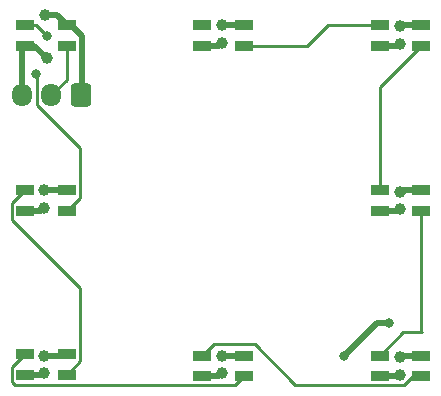
<source format=gtl>
%TF.GenerationSoftware,KiCad,Pcbnew,7.0.9-1.fc39*%
%TF.CreationDate,2023-12-07T10:16:05+00:00*%
%TF.ProjectId,LED PCB V2,4c454420-5043-4422-9056-322e6b696361,rev?*%
%TF.SameCoordinates,Original*%
%TF.FileFunction,Copper,L1,Top*%
%TF.FilePolarity,Positive*%
%FSLAX46Y46*%
G04 Gerber Fmt 4.6, Leading zero omitted, Abs format (unit mm)*
G04 Created by KiCad (PCBNEW 7.0.9-1.fc39) date 2023-12-07 10:16:05*
%MOMM*%
%LPD*%
G01*
G04 APERTURE LIST*
G04 Aperture macros list*
%AMRoundRect*
0 Rectangle with rounded corners*
0 $1 Rounding radius*
0 $2 $3 $4 $5 $6 $7 $8 $9 X,Y pos of 4 corners*
0 Add a 4 corners polygon primitive as box body*
4,1,4,$2,$3,$4,$5,$6,$7,$8,$9,$2,$3,0*
0 Add four circle primitives for the rounded corners*
1,1,$1+$1,$2,$3*
1,1,$1+$1,$4,$5*
1,1,$1+$1,$6,$7*
1,1,$1+$1,$8,$9*
0 Add four rect primitives between the rounded corners*
20,1,$1+$1,$2,$3,$4,$5,0*
20,1,$1+$1,$4,$5,$6,$7,0*
20,1,$1+$1,$6,$7,$8,$9,0*
20,1,$1+$1,$8,$9,$2,$3,0*%
G04 Aperture macros list end*
%TA.AperFunction,SMDPad,CuDef*%
%ADD10R,1.600000X0.850000*%
%TD*%
%TA.AperFunction,ComponentPad*%
%ADD11RoundRect,0.250000X0.600000X0.725000X-0.600000X0.725000X-0.600000X-0.725000X0.600000X-0.725000X0*%
%TD*%
%TA.AperFunction,ComponentPad*%
%ADD12O,1.700000X1.950000*%
%TD*%
%TA.AperFunction,ViaPad*%
%ADD13C,0.800000*%
%TD*%
%TA.AperFunction,ViaPad*%
%ADD14C,1.000000*%
%TD*%
%TA.AperFunction,Conductor*%
%ADD15C,0.250000*%
%TD*%
%TA.AperFunction,Conductor*%
%ADD16C,0.500000*%
%TD*%
G04 APERTURE END LIST*
D10*
%TO.P,D5,1,DOUT*%
%TO.N,Net-(D5-DOUT)*%
X128250000Y-72125000D03*
%TO.P,D5,2,VSS*%
%TO.N,GND*%
X128250000Y-73875000D03*
%TO.P,D5,3,DIN*%
%TO.N,Net-(D4-DOUT)*%
X131750000Y-73875000D03*
%TO.P,D5,4,VDD*%
%TO.N,+5V*%
X131750000Y-72125000D03*
%TD*%
%TO.P,D2,1,DOUT*%
%TO.N,Net-(D2-DOUT)*%
X98250000Y-58125000D03*
%TO.P,D2,2,VSS*%
%TO.N,GND*%
X98250000Y-59875000D03*
%TO.P,D2,3,DIN*%
%TO.N,Net-(D1-DOUT)*%
X101750000Y-59875000D03*
%TO.P,D2,4,VDD*%
%TO.N,+5V*%
X101750000Y-58125000D03*
%TD*%
%TO.P,D1,1,DOUT*%
%TO.N,Net-(D1-DOUT)*%
X98250000Y-44125000D03*
%TO.P,D1,2,VSS*%
%TO.N,GND*%
X98250000Y-45875000D03*
%TO.P,D1,3,DIN*%
%TO.N,Net-(D1-DIN)*%
X101750000Y-45875000D03*
%TO.P,D1,4,VDD*%
%TO.N,+5V*%
X101750000Y-44125000D03*
%TD*%
D11*
%TO.P,J1,1,Pin_1*%
%TO.N,+5V*%
X102970000Y-50050000D03*
D12*
%TO.P,J1,2,Pin_2*%
%TO.N,Net-(D1-DIN)*%
X100470000Y-50050000D03*
%TO.P,J1,3,Pin_3*%
%TO.N,GND*%
X97970000Y-50050000D03*
%TD*%
D10*
%TO.P,D4,1,DOUT*%
%TO.N,Net-(D4-DOUT)*%
X113250000Y-72125000D03*
%TO.P,D4,2,VSS*%
%TO.N,GND*%
X113250000Y-73875000D03*
%TO.P,D4,3,DIN*%
%TO.N,Net-(D3-DOUT)*%
X116750000Y-73875000D03*
%TO.P,D4,4,VDD*%
%TO.N,+5V*%
X116750000Y-72125000D03*
%TD*%
%TO.P,D8,1,DOUT*%
%TO.N,unconnected-(D8-DOUT-Pad1)*%
X113250000Y-44125000D03*
%TO.P,D8,2,VSS*%
%TO.N,GND*%
X113250000Y-45875000D03*
%TO.P,D8,3,DIN*%
%TO.N,Net-(D7-DOUT)*%
X116750000Y-45875000D03*
%TO.P,D8,4,VDD*%
%TO.N,+5V*%
X116750000Y-44125000D03*
%TD*%
%TO.P,D3,1,DOUT*%
%TO.N,Net-(D3-DOUT)*%
X98250000Y-72000000D03*
%TO.P,D3,2,VSS*%
%TO.N,GND*%
X98250000Y-73750000D03*
%TO.P,D3,3,DIN*%
%TO.N,Net-(D2-DOUT)*%
X101750000Y-73750000D03*
%TO.P,D3,4,VDD*%
%TO.N,+5V*%
X101750000Y-72000000D03*
%TD*%
%TO.P,D6,1,DOUT*%
%TO.N,Net-(D6-DOUT)*%
X128250000Y-58125000D03*
%TO.P,D6,2,VSS*%
%TO.N,GND*%
X128250000Y-59875000D03*
%TO.P,D6,3,DIN*%
%TO.N,Net-(D5-DOUT)*%
X131750000Y-59875000D03*
%TO.P,D6,4,VDD*%
%TO.N,+5V*%
X131750000Y-58125000D03*
%TD*%
%TO.P,D7,1,DOUT*%
%TO.N,Net-(D7-DOUT)*%
X128250000Y-44125000D03*
%TO.P,D7,2,VSS*%
%TO.N,GND*%
X128250000Y-45875000D03*
%TO.P,D7,3,DIN*%
%TO.N,Net-(D6-DOUT)*%
X131750000Y-45875000D03*
%TO.P,D7,4,VDD*%
%TO.N,+5V*%
X131750000Y-44125000D03*
%TD*%
D13*
%TO.N,Net-(D1-DOUT)*%
X99120000Y-48280000D03*
X100090000Y-45080000D03*
D14*
%TO.N,GND*%
X130000000Y-59750000D03*
X114866713Y-45627621D03*
X130000000Y-73750000D03*
X99866713Y-59627621D03*
X114866713Y-73627621D03*
X129991713Y-45752621D03*
X100050000Y-46920000D03*
X99866713Y-73627621D03*
%TO.N,+5V*%
X99930000Y-43320000D03*
X114875000Y-44125000D03*
X130000000Y-72250000D03*
D13*
X125222000Y-72136000D03*
D14*
X99875000Y-72125000D03*
X130000000Y-72250000D03*
D13*
X129032000Y-69342000D03*
D14*
X130000000Y-58250000D03*
X99875000Y-58125000D03*
X130000000Y-44250000D03*
X114875000Y-72125000D03*
%TD*%
D15*
%TO.N,Net-(D1-DOUT)*%
X99220000Y-50910000D02*
X99220000Y-48380000D01*
X98250000Y-44125000D02*
X97875000Y-44125000D01*
X101750000Y-59875000D02*
X102875000Y-58750000D01*
X98250000Y-44125000D02*
X98125000Y-44125000D01*
X99220000Y-48380000D02*
X99120000Y-48280000D01*
X102880000Y-54570000D02*
X99220000Y-50910000D01*
X98250000Y-44125000D02*
X99135000Y-44125000D01*
X102875000Y-58750000D02*
X102875000Y-54575000D01*
X102875000Y-54575000D02*
X102880000Y-54570000D01*
X99135000Y-44125000D02*
X100090000Y-45080000D01*
D16*
%TO.N,GND*%
X128250000Y-73875000D02*
X129875000Y-73875000D01*
X99872379Y-59627621D02*
X99875000Y-59625000D01*
X114866713Y-73633287D02*
X114866713Y-73627621D01*
X113250000Y-73875000D02*
X114619334Y-73875000D01*
X99866713Y-73627621D02*
X99872379Y-73627621D01*
X129991713Y-45752621D02*
X129997379Y-45752621D01*
X99866713Y-73633287D02*
X99866713Y-73627621D01*
X114619334Y-45875000D02*
X114866713Y-45627621D01*
X129875000Y-59875000D02*
X130000000Y-59750000D01*
X100050000Y-46920000D02*
X99005000Y-45875000D01*
X99866713Y-59633287D02*
X99866713Y-59627621D01*
X99750000Y-73750000D02*
X99866713Y-73633287D01*
X99872379Y-73627621D02*
X99875000Y-73625000D01*
X129997379Y-45752621D02*
X130000000Y-45750000D01*
X97970000Y-46155000D02*
X98250000Y-45875000D01*
X99619334Y-59875000D02*
X99866713Y-59627621D01*
X98250000Y-73750000D02*
X99744334Y-73750000D01*
X99744334Y-73750000D02*
X99866713Y-73627621D01*
X99750000Y-59750000D02*
X99866713Y-59633287D01*
X128250000Y-59875000D02*
X129875000Y-59875000D01*
X129875000Y-73875000D02*
X130000000Y-73750000D01*
X114866713Y-45633287D02*
X114866713Y-45627621D01*
X100050000Y-46920000D02*
X99875000Y-46745000D01*
X114866713Y-73627621D02*
X114872379Y-73627621D01*
X114866713Y-45627621D02*
X114872379Y-45627621D01*
X128250000Y-45875000D02*
X129875000Y-45875000D01*
X114750000Y-73750000D02*
X114866713Y-73633287D01*
X98250000Y-59875000D02*
X99619334Y-59875000D01*
X97970000Y-50050000D02*
X97970000Y-46155000D01*
D15*
X98000000Y-46125000D02*
X98250000Y-45875000D01*
D16*
X129991713Y-45758287D02*
X129991713Y-45752621D01*
X114750000Y-45750000D02*
X114866713Y-45633287D01*
X99866713Y-59627621D02*
X99872379Y-59627621D01*
X114872379Y-73627621D02*
X114875000Y-73625000D01*
X113250000Y-45875000D02*
X114619334Y-45875000D01*
D15*
X113125000Y-74000000D02*
X113250000Y-73875000D01*
D16*
X129875000Y-45875000D02*
X129991713Y-45758287D01*
X114619334Y-73875000D02*
X114866713Y-73627621D01*
X128250000Y-59875000D02*
X128187500Y-59937500D01*
X99005000Y-45875000D02*
X98250000Y-45875000D01*
X114872379Y-45627621D02*
X114875000Y-45625000D01*
X100050000Y-46920000D02*
X99750000Y-46620000D01*
%TO.N,+5V*%
X116750000Y-72125000D02*
X116875000Y-72125000D01*
X130250000Y-58250000D02*
X130000000Y-58250000D01*
X116875000Y-72125000D02*
X117000000Y-72000000D01*
X130000000Y-58250000D02*
X130000000Y-58500000D01*
X103050000Y-49970000D02*
X102970000Y-50050000D01*
X130375000Y-58125000D02*
X130250000Y-58250000D01*
X116875000Y-72125000D02*
X114875000Y-72125000D01*
X130000000Y-58500000D02*
X130000000Y-58500000D01*
X115000000Y-72000000D02*
X114875000Y-72125000D01*
X99875000Y-72125000D02*
X101625000Y-72125000D01*
X100000000Y-72000000D02*
X99875000Y-72125000D01*
X99930000Y-43320000D02*
X100945000Y-43320000D01*
X130125000Y-72125000D02*
X130000000Y-72250000D01*
X131750000Y-72125000D02*
X130125000Y-72125000D01*
X103050000Y-45050000D02*
X103050000Y-49970000D01*
X101750000Y-44125000D02*
X102125000Y-44125000D01*
X100945000Y-43320000D02*
X101750000Y-44125000D01*
X115000000Y-44000000D02*
X114875000Y-44125000D01*
X130125000Y-44125000D02*
X130000000Y-44250000D01*
X100000000Y-58000000D02*
X99875000Y-58125000D01*
X102125000Y-44125000D02*
X103050000Y-45050000D01*
X125222000Y-72136000D02*
X128016000Y-69342000D01*
X101750000Y-58125000D02*
X99875000Y-58125000D01*
X114875000Y-44125000D02*
X116750000Y-44125000D01*
X101625000Y-72125000D02*
X101750000Y-72000000D01*
X131750000Y-58125000D02*
X130375000Y-58125000D01*
X128016000Y-69342000D02*
X129032000Y-69342000D01*
D15*
X102500000Y-50000000D02*
X103000000Y-49500000D01*
D16*
X131750000Y-44125000D02*
X130125000Y-44125000D01*
D15*
%TO.N,Net-(D2-DOUT)*%
X102875000Y-72625000D02*
X102875000Y-66375000D01*
X101750000Y-73750000D02*
X102875000Y-72625000D01*
X97125000Y-59250000D02*
X98250000Y-58125000D01*
X97125000Y-60625000D02*
X97125000Y-59250000D01*
X102875000Y-66375000D02*
X97125000Y-60625000D01*
%TO.N,Net-(D3-DOUT)*%
X97375000Y-74625000D02*
X97125000Y-74375000D01*
X97125000Y-74375000D02*
X97125000Y-73125000D01*
X98250000Y-72000000D02*
X98625000Y-72000000D01*
X116750000Y-73875000D02*
X116000000Y-74625000D01*
X97125000Y-73125000D02*
X98250000Y-72000000D01*
X116000000Y-74625000D02*
X97375000Y-74625000D01*
%TO.N,Net-(D4-DOUT)*%
X117687500Y-71187500D02*
X114187500Y-71187500D01*
X131041727Y-73875000D02*
X130291727Y-74625000D01*
X114187500Y-71187500D02*
X113250000Y-72125000D01*
X130291727Y-74625000D02*
X121125000Y-74625000D01*
X131750000Y-73875000D02*
X131041727Y-73875000D01*
X121125000Y-74625000D02*
X117687500Y-71187500D01*
%TO.N,Net-(D5-DOUT)*%
X131750000Y-70028000D02*
X131750000Y-59875000D01*
X131826000Y-70104000D02*
X131750000Y-70028000D01*
X130271000Y-70104000D02*
X131826000Y-70104000D01*
X128250000Y-72125000D02*
X130271000Y-70104000D01*
%TO.N,Net-(D6-DOUT)*%
X128250000Y-58125000D02*
X128250000Y-49375000D01*
X128250000Y-49375000D02*
X131750000Y-45875000D01*
%TO.N,Net-(D7-DOUT)*%
X128250000Y-44125000D02*
X123875000Y-44125000D01*
X123875000Y-44125000D02*
X122125000Y-45875000D01*
X122125000Y-45875000D02*
X116750000Y-45875000D01*
%TO.N,Net-(D1-DIN)*%
X101750000Y-45875000D02*
X101750000Y-48250000D01*
X101750000Y-45875000D02*
X101750000Y-48770000D01*
X101750000Y-48770000D02*
X100470000Y-50050000D01*
%TD*%
M02*

</source>
